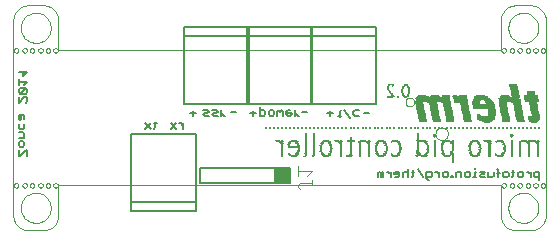
<source format=gbo>
G75*
%MOIN*%
%OFA0B0*%
%FSLAX24Y24*%
%IPPOS*%
%LPD*%
%AMOC8*
5,1,8,0,0,1.08239X$1,22.5*
%
%ADD10C,0.0000*%
%ADD11C,0.0050*%
%ADD12R,0.0080X0.0020*%
%ADD13R,0.0120X0.0020*%
%ADD14R,0.0060X0.0020*%
%ADD15R,0.0140X0.0020*%
%ADD16R,0.0100X0.0020*%
%ADD17R,0.0220X0.0020*%
%ADD18R,0.0200X0.0020*%
%ADD19R,0.0180X0.0020*%
%ADD20R,0.0260X0.0020*%
%ADD21R,0.0240X0.0020*%
%ADD22R,0.0160X0.0020*%
%ADD23R,0.0020X0.0020*%
%ADD24R,0.0040X0.0020*%
%ADD25R,0.0420X0.0020*%
%ADD26R,0.0660X0.0020*%
%ADD27R,0.0360X0.0020*%
%ADD28R,0.0340X0.0020*%
%ADD29R,0.0380X0.0020*%
%ADD30R,0.0280X0.0020*%
%ADD31R,0.0320X0.0020*%
%ADD32R,0.0300X0.0020*%
%ADD33R,0.0400X0.0020*%
%ADD34R,0.0480X0.0020*%
%ADD35R,0.0520X0.0020*%
%ADD36R,0.0580X0.0020*%
%ADD37R,0.0620X0.0020*%
%ADD38R,0.0600X0.0020*%
%ADD39R,0.0760X0.0020*%
%ADD40R,0.0740X0.0020*%
%ADD41R,0.0460X0.0020*%
%ADD42R,0.0440X0.0020*%
%ADD43R,0.0720X0.0020*%
%ADD44R,0.1160X0.0020*%
%ADD45R,0.0700X0.0020*%
%ADD46R,0.0560X0.0020*%
%ADD47R,0.1140X0.0020*%
%ADD48R,0.0680X0.0020*%
%ADD49R,0.1120X0.0020*%
%ADD50C,0.0040*%
D10*
X004943Y002893D02*
X005443Y002893D01*
X005487Y002895D01*
X005530Y002901D01*
X005572Y002910D01*
X005614Y002923D01*
X005654Y002940D01*
X005693Y002960D01*
X005730Y002983D01*
X005764Y003010D01*
X005797Y003039D01*
X005826Y003072D01*
X005853Y003106D01*
X005876Y003143D01*
X005896Y003182D01*
X005913Y003222D01*
X005926Y003264D01*
X005935Y003306D01*
X005941Y003349D01*
X005943Y003393D01*
X005943Y004393D01*
X020693Y004393D01*
X020693Y003393D01*
X020695Y003349D01*
X020701Y003306D01*
X020710Y003264D01*
X020723Y003222D01*
X020740Y003182D01*
X020760Y003143D01*
X020783Y003106D01*
X020810Y003072D01*
X020839Y003039D01*
X020872Y003010D01*
X020906Y002983D01*
X020943Y002960D01*
X020982Y002940D01*
X021022Y002923D01*
X021064Y002910D01*
X021106Y002901D01*
X021149Y002895D01*
X021193Y002893D01*
X021693Y002893D01*
X021737Y002895D01*
X021780Y002901D01*
X021822Y002910D01*
X021864Y002923D01*
X021904Y002940D01*
X021943Y002960D01*
X021980Y002983D01*
X022014Y003010D01*
X022047Y003039D01*
X022076Y003072D01*
X022103Y003106D01*
X022126Y003143D01*
X022146Y003182D01*
X022163Y003222D01*
X022176Y003264D01*
X022185Y003306D01*
X022191Y003349D01*
X022193Y003393D01*
X022193Y009893D01*
X022191Y009937D01*
X022185Y009980D01*
X022176Y010022D01*
X022163Y010064D01*
X022146Y010104D01*
X022126Y010143D01*
X022103Y010180D01*
X022076Y010214D01*
X022047Y010247D01*
X022014Y010276D01*
X021980Y010303D01*
X021943Y010326D01*
X021904Y010346D01*
X021864Y010363D01*
X021822Y010376D01*
X021780Y010385D01*
X021737Y010391D01*
X021693Y010393D01*
X021193Y010393D01*
X021149Y010391D01*
X021106Y010385D01*
X021064Y010376D01*
X021022Y010363D01*
X020982Y010346D01*
X020943Y010326D01*
X020906Y010303D01*
X020872Y010276D01*
X020839Y010247D01*
X020810Y010214D01*
X020783Y010180D01*
X020760Y010143D01*
X020740Y010104D01*
X020723Y010064D01*
X020710Y010022D01*
X020701Y009980D01*
X020695Y009937D01*
X020693Y009893D01*
X020693Y008893D01*
X005943Y008893D01*
X005943Y009893D01*
X005941Y009937D01*
X005935Y009980D01*
X005926Y010022D01*
X005913Y010064D01*
X005896Y010104D01*
X005876Y010143D01*
X005853Y010180D01*
X005826Y010214D01*
X005797Y010247D01*
X005764Y010276D01*
X005730Y010303D01*
X005693Y010326D01*
X005654Y010346D01*
X005614Y010363D01*
X005572Y010376D01*
X005530Y010385D01*
X005487Y010391D01*
X005443Y010393D01*
X004943Y010393D01*
X004899Y010391D01*
X004856Y010385D01*
X004814Y010376D01*
X004772Y010363D01*
X004732Y010346D01*
X004693Y010326D01*
X004656Y010303D01*
X004622Y010276D01*
X004589Y010247D01*
X004560Y010214D01*
X004533Y010180D01*
X004510Y010143D01*
X004490Y010104D01*
X004473Y010064D01*
X004460Y010022D01*
X004451Y009980D01*
X004445Y009937D01*
X004443Y009893D01*
X004443Y003393D01*
X004445Y003349D01*
X004451Y003306D01*
X004460Y003264D01*
X004473Y003222D01*
X004490Y003182D01*
X004510Y003143D01*
X004533Y003106D01*
X004560Y003072D01*
X004589Y003039D01*
X004622Y003010D01*
X004656Y002983D01*
X004693Y002960D01*
X004732Y002940D01*
X004772Y002923D01*
X004814Y002910D01*
X004856Y002901D01*
X004899Y002895D01*
X004943Y002893D01*
X004693Y003643D02*
X004695Y003687D01*
X004701Y003731D01*
X004711Y003774D01*
X004724Y003816D01*
X004741Y003857D01*
X004762Y003896D01*
X004786Y003933D01*
X004813Y003968D01*
X004843Y004000D01*
X004876Y004030D01*
X004912Y004056D01*
X004949Y004080D01*
X004989Y004099D01*
X005030Y004116D01*
X005073Y004128D01*
X005116Y004137D01*
X005160Y004142D01*
X005204Y004143D01*
X005248Y004140D01*
X005292Y004133D01*
X005335Y004122D01*
X005377Y004108D01*
X005417Y004090D01*
X005456Y004068D01*
X005492Y004044D01*
X005526Y004016D01*
X005558Y003985D01*
X005587Y003951D01*
X005613Y003915D01*
X005635Y003877D01*
X005654Y003837D01*
X005669Y003795D01*
X005681Y003753D01*
X005689Y003709D01*
X005693Y003665D01*
X005693Y003621D01*
X005689Y003577D01*
X005681Y003533D01*
X005669Y003491D01*
X005654Y003449D01*
X005635Y003409D01*
X005613Y003371D01*
X005587Y003335D01*
X005558Y003301D01*
X005526Y003270D01*
X005492Y003242D01*
X005456Y003218D01*
X005417Y003196D01*
X005377Y003178D01*
X005335Y003164D01*
X005292Y003153D01*
X005248Y003146D01*
X005204Y003143D01*
X005160Y003144D01*
X005116Y003149D01*
X005073Y003158D01*
X005030Y003170D01*
X004989Y003187D01*
X004949Y003206D01*
X004912Y003230D01*
X004876Y003256D01*
X004843Y003286D01*
X004813Y003318D01*
X004786Y003353D01*
X004762Y003390D01*
X004741Y003429D01*
X004724Y003470D01*
X004711Y003512D01*
X004701Y003555D01*
X004695Y003599D01*
X004693Y003643D01*
X004743Y004393D02*
X004745Y004410D01*
X004750Y004426D01*
X004759Y004440D01*
X004771Y004452D01*
X004785Y004461D01*
X004801Y004466D01*
X004818Y004468D01*
X004835Y004466D01*
X004851Y004461D01*
X004865Y004452D01*
X004877Y004440D01*
X004886Y004426D01*
X004891Y004410D01*
X004893Y004393D01*
X004891Y004376D01*
X004886Y004360D01*
X004877Y004346D01*
X004865Y004334D01*
X004851Y004325D01*
X004835Y004320D01*
X004818Y004318D01*
X004801Y004320D01*
X004785Y004325D01*
X004771Y004334D01*
X004759Y004346D01*
X004750Y004360D01*
X004745Y004376D01*
X004743Y004393D01*
X004462Y004393D02*
X004464Y004410D01*
X004469Y004426D01*
X004478Y004440D01*
X004490Y004452D01*
X004504Y004461D01*
X004520Y004466D01*
X004537Y004468D01*
X004554Y004466D01*
X004570Y004461D01*
X004584Y004452D01*
X004596Y004440D01*
X004605Y004426D01*
X004610Y004410D01*
X004612Y004393D01*
X004610Y004376D01*
X004605Y004360D01*
X004596Y004346D01*
X004584Y004334D01*
X004570Y004325D01*
X004554Y004320D01*
X004537Y004318D01*
X004520Y004320D01*
X004504Y004325D01*
X004490Y004334D01*
X004478Y004346D01*
X004469Y004360D01*
X004464Y004376D01*
X004462Y004393D01*
X004993Y004393D02*
X004995Y004410D01*
X005000Y004426D01*
X005009Y004440D01*
X005021Y004452D01*
X005035Y004461D01*
X005051Y004466D01*
X005068Y004468D01*
X005085Y004466D01*
X005101Y004461D01*
X005115Y004452D01*
X005127Y004440D01*
X005136Y004426D01*
X005141Y004410D01*
X005143Y004393D01*
X005141Y004376D01*
X005136Y004360D01*
X005127Y004346D01*
X005115Y004334D01*
X005101Y004325D01*
X005085Y004320D01*
X005068Y004318D01*
X005051Y004320D01*
X005035Y004325D01*
X005021Y004334D01*
X005009Y004346D01*
X005000Y004360D01*
X004995Y004376D01*
X004993Y004393D01*
X005274Y004393D02*
X005276Y004410D01*
X005281Y004426D01*
X005290Y004440D01*
X005302Y004452D01*
X005316Y004461D01*
X005332Y004466D01*
X005349Y004468D01*
X005366Y004466D01*
X005382Y004461D01*
X005396Y004452D01*
X005408Y004440D01*
X005417Y004426D01*
X005422Y004410D01*
X005424Y004393D01*
X005422Y004376D01*
X005417Y004360D01*
X005408Y004346D01*
X005396Y004334D01*
X005382Y004325D01*
X005366Y004320D01*
X005349Y004318D01*
X005332Y004320D01*
X005316Y004325D01*
X005302Y004334D01*
X005290Y004346D01*
X005281Y004360D01*
X005276Y004376D01*
X005274Y004393D01*
X005524Y004393D02*
X005526Y004410D01*
X005531Y004426D01*
X005540Y004440D01*
X005552Y004452D01*
X005566Y004461D01*
X005582Y004466D01*
X005599Y004468D01*
X005616Y004466D01*
X005632Y004461D01*
X005646Y004452D01*
X005658Y004440D01*
X005667Y004426D01*
X005672Y004410D01*
X005674Y004393D01*
X005672Y004376D01*
X005667Y004360D01*
X005658Y004346D01*
X005646Y004334D01*
X005632Y004325D01*
X005616Y004320D01*
X005599Y004318D01*
X005582Y004320D01*
X005566Y004325D01*
X005552Y004334D01*
X005540Y004346D01*
X005531Y004360D01*
X005526Y004376D01*
X005524Y004393D01*
X005774Y004393D02*
X005776Y004410D01*
X005781Y004426D01*
X005790Y004440D01*
X005802Y004452D01*
X005816Y004461D01*
X005832Y004466D01*
X005849Y004468D01*
X005866Y004466D01*
X005882Y004461D01*
X005896Y004452D01*
X005908Y004440D01*
X005917Y004426D01*
X005922Y004410D01*
X005924Y004393D01*
X005922Y004376D01*
X005917Y004360D01*
X005908Y004346D01*
X005896Y004334D01*
X005882Y004325D01*
X005866Y004320D01*
X005849Y004318D01*
X005832Y004320D01*
X005816Y004325D01*
X005802Y004334D01*
X005790Y004346D01*
X005781Y004360D01*
X005776Y004376D01*
X005774Y004393D01*
X005774Y008893D02*
X005776Y008910D01*
X005781Y008926D01*
X005790Y008940D01*
X005802Y008952D01*
X005816Y008961D01*
X005832Y008966D01*
X005849Y008968D01*
X005866Y008966D01*
X005882Y008961D01*
X005896Y008952D01*
X005908Y008940D01*
X005917Y008926D01*
X005922Y008910D01*
X005924Y008893D01*
X005922Y008876D01*
X005917Y008860D01*
X005908Y008846D01*
X005896Y008834D01*
X005882Y008825D01*
X005866Y008820D01*
X005849Y008818D01*
X005832Y008820D01*
X005816Y008825D01*
X005802Y008834D01*
X005790Y008846D01*
X005781Y008860D01*
X005776Y008876D01*
X005774Y008893D01*
X005524Y008893D02*
X005526Y008910D01*
X005531Y008926D01*
X005540Y008940D01*
X005552Y008952D01*
X005566Y008961D01*
X005582Y008966D01*
X005599Y008968D01*
X005616Y008966D01*
X005632Y008961D01*
X005646Y008952D01*
X005658Y008940D01*
X005667Y008926D01*
X005672Y008910D01*
X005674Y008893D01*
X005672Y008876D01*
X005667Y008860D01*
X005658Y008846D01*
X005646Y008834D01*
X005632Y008825D01*
X005616Y008820D01*
X005599Y008818D01*
X005582Y008820D01*
X005566Y008825D01*
X005552Y008834D01*
X005540Y008846D01*
X005531Y008860D01*
X005526Y008876D01*
X005524Y008893D01*
X005274Y008893D02*
X005276Y008910D01*
X005281Y008926D01*
X005290Y008940D01*
X005302Y008952D01*
X005316Y008961D01*
X005332Y008966D01*
X005349Y008968D01*
X005366Y008966D01*
X005382Y008961D01*
X005396Y008952D01*
X005408Y008940D01*
X005417Y008926D01*
X005422Y008910D01*
X005424Y008893D01*
X005422Y008876D01*
X005417Y008860D01*
X005408Y008846D01*
X005396Y008834D01*
X005382Y008825D01*
X005366Y008820D01*
X005349Y008818D01*
X005332Y008820D01*
X005316Y008825D01*
X005302Y008834D01*
X005290Y008846D01*
X005281Y008860D01*
X005276Y008876D01*
X005274Y008893D01*
X004993Y008893D02*
X004995Y008910D01*
X005000Y008926D01*
X005009Y008940D01*
X005021Y008952D01*
X005035Y008961D01*
X005051Y008966D01*
X005068Y008968D01*
X005085Y008966D01*
X005101Y008961D01*
X005115Y008952D01*
X005127Y008940D01*
X005136Y008926D01*
X005141Y008910D01*
X005143Y008893D01*
X005141Y008876D01*
X005136Y008860D01*
X005127Y008846D01*
X005115Y008834D01*
X005101Y008825D01*
X005085Y008820D01*
X005068Y008818D01*
X005051Y008820D01*
X005035Y008825D01*
X005021Y008834D01*
X005009Y008846D01*
X005000Y008860D01*
X004995Y008876D01*
X004993Y008893D01*
X004743Y008893D02*
X004745Y008910D01*
X004750Y008926D01*
X004759Y008940D01*
X004771Y008952D01*
X004785Y008961D01*
X004801Y008966D01*
X004818Y008968D01*
X004835Y008966D01*
X004851Y008961D01*
X004865Y008952D01*
X004877Y008940D01*
X004886Y008926D01*
X004891Y008910D01*
X004893Y008893D01*
X004891Y008876D01*
X004886Y008860D01*
X004877Y008846D01*
X004865Y008834D01*
X004851Y008825D01*
X004835Y008820D01*
X004818Y008818D01*
X004801Y008820D01*
X004785Y008825D01*
X004771Y008834D01*
X004759Y008846D01*
X004750Y008860D01*
X004745Y008876D01*
X004743Y008893D01*
X004462Y008893D02*
X004464Y008910D01*
X004469Y008926D01*
X004478Y008940D01*
X004490Y008952D01*
X004504Y008961D01*
X004520Y008966D01*
X004537Y008968D01*
X004554Y008966D01*
X004570Y008961D01*
X004584Y008952D01*
X004596Y008940D01*
X004605Y008926D01*
X004610Y008910D01*
X004612Y008893D01*
X004610Y008876D01*
X004605Y008860D01*
X004596Y008846D01*
X004584Y008834D01*
X004570Y008825D01*
X004554Y008820D01*
X004537Y008818D01*
X004520Y008820D01*
X004504Y008825D01*
X004490Y008834D01*
X004478Y008846D01*
X004469Y008860D01*
X004464Y008876D01*
X004462Y008893D01*
X004693Y009643D02*
X004695Y009687D01*
X004701Y009731D01*
X004711Y009774D01*
X004724Y009816D01*
X004741Y009857D01*
X004762Y009896D01*
X004786Y009933D01*
X004813Y009968D01*
X004843Y010000D01*
X004876Y010030D01*
X004912Y010056D01*
X004949Y010080D01*
X004989Y010099D01*
X005030Y010116D01*
X005073Y010128D01*
X005116Y010137D01*
X005160Y010142D01*
X005204Y010143D01*
X005248Y010140D01*
X005292Y010133D01*
X005335Y010122D01*
X005377Y010108D01*
X005417Y010090D01*
X005456Y010068D01*
X005492Y010044D01*
X005526Y010016D01*
X005558Y009985D01*
X005587Y009951D01*
X005613Y009915D01*
X005635Y009877D01*
X005654Y009837D01*
X005669Y009795D01*
X005681Y009753D01*
X005689Y009709D01*
X005693Y009665D01*
X005693Y009621D01*
X005689Y009577D01*
X005681Y009533D01*
X005669Y009491D01*
X005654Y009449D01*
X005635Y009409D01*
X005613Y009371D01*
X005587Y009335D01*
X005558Y009301D01*
X005526Y009270D01*
X005492Y009242D01*
X005456Y009218D01*
X005417Y009196D01*
X005377Y009178D01*
X005335Y009164D01*
X005292Y009153D01*
X005248Y009146D01*
X005204Y009143D01*
X005160Y009144D01*
X005116Y009149D01*
X005073Y009158D01*
X005030Y009170D01*
X004989Y009187D01*
X004949Y009206D01*
X004912Y009230D01*
X004876Y009256D01*
X004843Y009286D01*
X004813Y009318D01*
X004786Y009353D01*
X004762Y009390D01*
X004741Y009429D01*
X004724Y009470D01*
X004711Y009512D01*
X004701Y009555D01*
X004695Y009599D01*
X004693Y009643D01*
X017516Y007172D02*
X017518Y007196D01*
X017524Y007219D01*
X017533Y007241D01*
X017546Y007261D01*
X017561Y007279D01*
X017580Y007294D01*
X017601Y007306D01*
X017623Y007314D01*
X017646Y007319D01*
X017670Y007320D01*
X017694Y007317D01*
X017716Y007310D01*
X017738Y007300D01*
X017758Y007287D01*
X017775Y007270D01*
X017789Y007251D01*
X017800Y007230D01*
X017808Y007207D01*
X017812Y007184D01*
X017812Y007160D01*
X017808Y007137D01*
X017800Y007114D01*
X017789Y007093D01*
X017775Y007074D01*
X017758Y007057D01*
X017738Y007044D01*
X017716Y007034D01*
X017694Y007027D01*
X017670Y007024D01*
X017646Y007025D01*
X017623Y007030D01*
X017601Y007038D01*
X017580Y007050D01*
X017561Y007065D01*
X017546Y007083D01*
X017533Y007103D01*
X017524Y007125D01*
X017518Y007148D01*
X017516Y007172D01*
X018515Y006114D02*
X018517Y006142D01*
X018523Y006170D01*
X018532Y006196D01*
X018545Y006222D01*
X018561Y006245D01*
X018581Y006265D01*
X018603Y006283D01*
X018627Y006298D01*
X018653Y006309D01*
X018680Y006317D01*
X018708Y006321D01*
X018736Y006321D01*
X018764Y006317D01*
X018791Y006309D01*
X018817Y006298D01*
X018841Y006283D01*
X018863Y006265D01*
X018883Y006245D01*
X018899Y006222D01*
X018912Y006196D01*
X018921Y006170D01*
X018927Y006142D01*
X018929Y006114D01*
X018927Y006086D01*
X018921Y006058D01*
X018912Y006032D01*
X018899Y006006D01*
X018883Y005983D01*
X018863Y005963D01*
X018841Y005945D01*
X018817Y005930D01*
X018791Y005919D01*
X018764Y005911D01*
X018736Y005907D01*
X018708Y005907D01*
X018680Y005911D01*
X018653Y005919D01*
X018627Y005930D01*
X018603Y005945D01*
X018581Y005963D01*
X018561Y005983D01*
X018545Y006006D01*
X018532Y006032D01*
X018523Y006058D01*
X018517Y006086D01*
X018515Y006114D01*
X020712Y004393D02*
X020714Y004410D01*
X020719Y004426D01*
X020728Y004440D01*
X020740Y004452D01*
X020754Y004461D01*
X020770Y004466D01*
X020787Y004468D01*
X020804Y004466D01*
X020820Y004461D01*
X020834Y004452D01*
X020846Y004440D01*
X020855Y004426D01*
X020860Y004410D01*
X020862Y004393D01*
X020860Y004376D01*
X020855Y004360D01*
X020846Y004346D01*
X020834Y004334D01*
X020820Y004325D01*
X020804Y004320D01*
X020787Y004318D01*
X020770Y004320D01*
X020754Y004325D01*
X020740Y004334D01*
X020728Y004346D01*
X020719Y004360D01*
X020714Y004376D01*
X020712Y004393D01*
X020993Y004393D02*
X020995Y004410D01*
X021000Y004426D01*
X021009Y004440D01*
X021021Y004452D01*
X021035Y004461D01*
X021051Y004466D01*
X021068Y004468D01*
X021085Y004466D01*
X021101Y004461D01*
X021115Y004452D01*
X021127Y004440D01*
X021136Y004426D01*
X021141Y004410D01*
X021143Y004393D01*
X021141Y004376D01*
X021136Y004360D01*
X021127Y004346D01*
X021115Y004334D01*
X021101Y004325D01*
X021085Y004320D01*
X021068Y004318D01*
X021051Y004320D01*
X021035Y004325D01*
X021021Y004334D01*
X021009Y004346D01*
X021000Y004360D01*
X020995Y004376D01*
X020993Y004393D01*
X021243Y004393D02*
X021245Y004410D01*
X021250Y004426D01*
X021259Y004440D01*
X021271Y004452D01*
X021285Y004461D01*
X021301Y004466D01*
X021318Y004468D01*
X021335Y004466D01*
X021351Y004461D01*
X021365Y004452D01*
X021377Y004440D01*
X021386Y004426D01*
X021391Y004410D01*
X021393Y004393D01*
X021391Y004376D01*
X021386Y004360D01*
X021377Y004346D01*
X021365Y004334D01*
X021351Y004325D01*
X021335Y004320D01*
X021318Y004318D01*
X021301Y004320D01*
X021285Y004325D01*
X021271Y004334D01*
X021259Y004346D01*
X021250Y004360D01*
X021245Y004376D01*
X021243Y004393D01*
X021524Y004393D02*
X021526Y004410D01*
X021531Y004426D01*
X021540Y004440D01*
X021552Y004452D01*
X021566Y004461D01*
X021582Y004466D01*
X021599Y004468D01*
X021616Y004466D01*
X021632Y004461D01*
X021646Y004452D01*
X021658Y004440D01*
X021667Y004426D01*
X021672Y004410D01*
X021674Y004393D01*
X021672Y004376D01*
X021667Y004360D01*
X021658Y004346D01*
X021646Y004334D01*
X021632Y004325D01*
X021616Y004320D01*
X021599Y004318D01*
X021582Y004320D01*
X021566Y004325D01*
X021552Y004334D01*
X021540Y004346D01*
X021531Y004360D01*
X021526Y004376D01*
X021524Y004393D01*
X021774Y004393D02*
X021776Y004410D01*
X021781Y004426D01*
X021790Y004440D01*
X021802Y004452D01*
X021816Y004461D01*
X021832Y004466D01*
X021849Y004468D01*
X021866Y004466D01*
X021882Y004461D01*
X021896Y004452D01*
X021908Y004440D01*
X021917Y004426D01*
X021922Y004410D01*
X021924Y004393D01*
X021922Y004376D01*
X021917Y004360D01*
X021908Y004346D01*
X021896Y004334D01*
X021882Y004325D01*
X021866Y004320D01*
X021849Y004318D01*
X021832Y004320D01*
X021816Y004325D01*
X021802Y004334D01*
X021790Y004346D01*
X021781Y004360D01*
X021776Y004376D01*
X021774Y004393D01*
X022024Y004393D02*
X022026Y004410D01*
X022031Y004426D01*
X022040Y004440D01*
X022052Y004452D01*
X022066Y004461D01*
X022082Y004466D01*
X022099Y004468D01*
X022116Y004466D01*
X022132Y004461D01*
X022146Y004452D01*
X022158Y004440D01*
X022167Y004426D01*
X022172Y004410D01*
X022174Y004393D01*
X022172Y004376D01*
X022167Y004360D01*
X022158Y004346D01*
X022146Y004334D01*
X022132Y004325D01*
X022116Y004320D01*
X022099Y004318D01*
X022082Y004320D01*
X022066Y004325D01*
X022052Y004334D01*
X022040Y004346D01*
X022031Y004360D01*
X022026Y004376D01*
X022024Y004393D01*
X020943Y003643D02*
X020945Y003687D01*
X020951Y003731D01*
X020961Y003774D01*
X020974Y003816D01*
X020991Y003857D01*
X021012Y003896D01*
X021036Y003933D01*
X021063Y003968D01*
X021093Y004000D01*
X021126Y004030D01*
X021162Y004056D01*
X021199Y004080D01*
X021239Y004099D01*
X021280Y004116D01*
X021323Y004128D01*
X021366Y004137D01*
X021410Y004142D01*
X021454Y004143D01*
X021498Y004140D01*
X021542Y004133D01*
X021585Y004122D01*
X021627Y004108D01*
X021667Y004090D01*
X021706Y004068D01*
X021742Y004044D01*
X021776Y004016D01*
X021808Y003985D01*
X021837Y003951D01*
X021863Y003915D01*
X021885Y003877D01*
X021904Y003837D01*
X021919Y003795D01*
X021931Y003753D01*
X021939Y003709D01*
X021943Y003665D01*
X021943Y003621D01*
X021939Y003577D01*
X021931Y003533D01*
X021919Y003491D01*
X021904Y003449D01*
X021885Y003409D01*
X021863Y003371D01*
X021837Y003335D01*
X021808Y003301D01*
X021776Y003270D01*
X021742Y003242D01*
X021706Y003218D01*
X021667Y003196D01*
X021627Y003178D01*
X021585Y003164D01*
X021542Y003153D01*
X021498Y003146D01*
X021454Y003143D01*
X021410Y003144D01*
X021366Y003149D01*
X021323Y003158D01*
X021280Y003170D01*
X021239Y003187D01*
X021199Y003206D01*
X021162Y003230D01*
X021126Y003256D01*
X021093Y003286D01*
X021063Y003318D01*
X021036Y003353D01*
X021012Y003390D01*
X020991Y003429D01*
X020974Y003470D01*
X020961Y003512D01*
X020951Y003555D01*
X020945Y003599D01*
X020943Y003643D01*
X020993Y008893D02*
X020995Y008910D01*
X021000Y008926D01*
X021009Y008940D01*
X021021Y008952D01*
X021035Y008961D01*
X021051Y008966D01*
X021068Y008968D01*
X021085Y008966D01*
X021101Y008961D01*
X021115Y008952D01*
X021127Y008940D01*
X021136Y008926D01*
X021141Y008910D01*
X021143Y008893D01*
X021141Y008876D01*
X021136Y008860D01*
X021127Y008846D01*
X021115Y008834D01*
X021101Y008825D01*
X021085Y008820D01*
X021068Y008818D01*
X021051Y008820D01*
X021035Y008825D01*
X021021Y008834D01*
X021009Y008846D01*
X021000Y008860D01*
X020995Y008876D01*
X020993Y008893D01*
X020712Y008893D02*
X020714Y008910D01*
X020719Y008926D01*
X020728Y008940D01*
X020740Y008952D01*
X020754Y008961D01*
X020770Y008966D01*
X020787Y008968D01*
X020804Y008966D01*
X020820Y008961D01*
X020834Y008952D01*
X020846Y008940D01*
X020855Y008926D01*
X020860Y008910D01*
X020862Y008893D01*
X020860Y008876D01*
X020855Y008860D01*
X020846Y008846D01*
X020834Y008834D01*
X020820Y008825D01*
X020804Y008820D01*
X020787Y008818D01*
X020770Y008820D01*
X020754Y008825D01*
X020740Y008834D01*
X020728Y008846D01*
X020719Y008860D01*
X020714Y008876D01*
X020712Y008893D01*
X021243Y008893D02*
X021245Y008910D01*
X021250Y008926D01*
X021259Y008940D01*
X021271Y008952D01*
X021285Y008961D01*
X021301Y008966D01*
X021318Y008968D01*
X021335Y008966D01*
X021351Y008961D01*
X021365Y008952D01*
X021377Y008940D01*
X021386Y008926D01*
X021391Y008910D01*
X021393Y008893D01*
X021391Y008876D01*
X021386Y008860D01*
X021377Y008846D01*
X021365Y008834D01*
X021351Y008825D01*
X021335Y008820D01*
X021318Y008818D01*
X021301Y008820D01*
X021285Y008825D01*
X021271Y008834D01*
X021259Y008846D01*
X021250Y008860D01*
X021245Y008876D01*
X021243Y008893D01*
X021524Y008893D02*
X021526Y008910D01*
X021531Y008926D01*
X021540Y008940D01*
X021552Y008952D01*
X021566Y008961D01*
X021582Y008966D01*
X021599Y008968D01*
X021616Y008966D01*
X021632Y008961D01*
X021646Y008952D01*
X021658Y008940D01*
X021667Y008926D01*
X021672Y008910D01*
X021674Y008893D01*
X021672Y008876D01*
X021667Y008860D01*
X021658Y008846D01*
X021646Y008834D01*
X021632Y008825D01*
X021616Y008820D01*
X021599Y008818D01*
X021582Y008820D01*
X021566Y008825D01*
X021552Y008834D01*
X021540Y008846D01*
X021531Y008860D01*
X021526Y008876D01*
X021524Y008893D01*
X021774Y008893D02*
X021776Y008910D01*
X021781Y008926D01*
X021790Y008940D01*
X021802Y008952D01*
X021816Y008961D01*
X021832Y008966D01*
X021849Y008968D01*
X021866Y008966D01*
X021882Y008961D01*
X021896Y008952D01*
X021908Y008940D01*
X021917Y008926D01*
X021922Y008910D01*
X021924Y008893D01*
X021922Y008876D01*
X021917Y008860D01*
X021908Y008846D01*
X021896Y008834D01*
X021882Y008825D01*
X021866Y008820D01*
X021849Y008818D01*
X021832Y008820D01*
X021816Y008825D01*
X021802Y008834D01*
X021790Y008846D01*
X021781Y008860D01*
X021776Y008876D01*
X021774Y008893D01*
X022024Y008893D02*
X022026Y008910D01*
X022031Y008926D01*
X022040Y008940D01*
X022052Y008952D01*
X022066Y008961D01*
X022082Y008966D01*
X022099Y008968D01*
X022116Y008966D01*
X022132Y008961D01*
X022146Y008952D01*
X022158Y008940D01*
X022167Y008926D01*
X022172Y008910D01*
X022174Y008893D01*
X022172Y008876D01*
X022167Y008860D01*
X022158Y008846D01*
X022146Y008834D01*
X022132Y008825D01*
X022116Y008820D01*
X022099Y008818D01*
X022082Y008820D01*
X022066Y008825D01*
X022052Y008834D01*
X022040Y008846D01*
X022031Y008860D01*
X022026Y008876D01*
X022024Y008893D01*
X020943Y009643D02*
X020945Y009687D01*
X020951Y009731D01*
X020961Y009774D01*
X020974Y009816D01*
X020991Y009857D01*
X021012Y009896D01*
X021036Y009933D01*
X021063Y009968D01*
X021093Y010000D01*
X021126Y010030D01*
X021162Y010056D01*
X021199Y010080D01*
X021239Y010099D01*
X021280Y010116D01*
X021323Y010128D01*
X021366Y010137D01*
X021410Y010142D01*
X021454Y010143D01*
X021498Y010140D01*
X021542Y010133D01*
X021585Y010122D01*
X021627Y010108D01*
X021667Y010090D01*
X021706Y010068D01*
X021742Y010044D01*
X021776Y010016D01*
X021808Y009985D01*
X021837Y009951D01*
X021863Y009915D01*
X021885Y009877D01*
X021904Y009837D01*
X021919Y009795D01*
X021931Y009753D01*
X021939Y009709D01*
X021943Y009665D01*
X021943Y009621D01*
X021939Y009577D01*
X021931Y009533D01*
X021919Y009491D01*
X021904Y009449D01*
X021885Y009409D01*
X021863Y009371D01*
X021837Y009335D01*
X021808Y009301D01*
X021776Y009270D01*
X021742Y009242D01*
X021706Y009218D01*
X021667Y009196D01*
X021627Y009178D01*
X021585Y009164D01*
X021542Y009153D01*
X021498Y009146D01*
X021454Y009143D01*
X021410Y009144D01*
X021366Y009149D01*
X021323Y009158D01*
X021280Y009170D01*
X021239Y009187D01*
X021199Y009206D01*
X021162Y009230D01*
X021126Y009256D01*
X021093Y009286D01*
X021063Y009318D01*
X021036Y009353D01*
X021012Y009390D01*
X020991Y009429D01*
X020974Y009470D01*
X020961Y009512D01*
X020951Y009555D01*
X020945Y009599D01*
X020943Y009643D01*
D11*
X016533Y009673D02*
X016533Y009378D01*
X014368Y009378D01*
X014368Y007114D01*
X016533Y007114D01*
X016533Y009378D01*
X016533Y009673D02*
X014368Y009673D01*
X014368Y009378D01*
X014408Y009378D02*
X012243Y009378D01*
X012243Y007114D01*
X014408Y007114D01*
X014408Y009378D01*
X014408Y009673D01*
X012243Y009673D01*
X012243Y009378D01*
X012283Y009378D02*
X010118Y009378D01*
X010118Y007114D01*
X012283Y007114D01*
X012283Y009378D01*
X012283Y009673D01*
X010118Y009673D01*
X010118Y009378D01*
X012655Y006990D02*
X012655Y006719D01*
X012790Y006719D01*
X012836Y006764D01*
X012836Y006855D01*
X012790Y006900D01*
X012655Y006900D01*
X012523Y006796D02*
X012343Y006796D01*
X012433Y006706D02*
X012433Y006886D01*
X012950Y006855D02*
X012950Y006764D01*
X012995Y006719D01*
X013085Y006719D01*
X013130Y006764D01*
X013130Y006855D01*
X013085Y006900D01*
X012995Y006900D01*
X012950Y006855D01*
X013245Y006855D02*
X013245Y006719D01*
X013245Y006855D02*
X013290Y006900D01*
X013335Y006855D01*
X013380Y006900D01*
X013425Y006855D01*
X013425Y006719D01*
X013539Y006764D02*
X013539Y006855D01*
X013584Y006900D01*
X013674Y006900D01*
X013719Y006809D02*
X013539Y006809D01*
X013539Y006764D02*
X013584Y006719D01*
X013674Y006719D01*
X013719Y006764D01*
X013719Y006809D01*
X013834Y006809D02*
X013924Y006719D01*
X013969Y006719D01*
X013834Y006719D02*
X013834Y006900D01*
X014062Y006827D02*
X014242Y006827D01*
X014905Y006796D02*
X015086Y006796D01*
X014995Y006706D02*
X014995Y006886D01*
X015280Y006719D02*
X015370Y006719D01*
X015325Y006674D02*
X015325Y006855D01*
X015370Y006900D01*
X015477Y006900D02*
X015657Y006629D01*
X015771Y006764D02*
X015771Y006855D01*
X015816Y006900D01*
X015952Y006900D01*
X015952Y006719D02*
X015816Y006719D01*
X015771Y006764D01*
X016124Y006796D02*
X016304Y006796D01*
X017610Y004939D02*
X017610Y004668D01*
X017716Y004668D02*
X017761Y004713D01*
X017761Y004893D01*
X017806Y004848D02*
X017716Y004848D01*
X017610Y004803D02*
X017565Y004848D01*
X017475Y004848D01*
X017430Y004803D01*
X017430Y004668D01*
X017315Y004713D02*
X017270Y004668D01*
X017180Y004668D01*
X017135Y004758D02*
X017315Y004758D01*
X017315Y004713D02*
X017315Y004803D01*
X017270Y004848D01*
X017180Y004848D01*
X017135Y004803D01*
X017135Y004758D01*
X017020Y004758D02*
X016930Y004848D01*
X016885Y004848D01*
X016775Y004848D02*
X016730Y004848D01*
X016685Y004803D01*
X016640Y004848D01*
X016595Y004803D01*
X016595Y004668D01*
X016685Y004668D02*
X016685Y004803D01*
X016775Y004848D02*
X016775Y004668D01*
X017020Y004668D02*
X017020Y004848D01*
X017921Y004939D02*
X018101Y004668D01*
X018215Y004668D02*
X018350Y004668D01*
X018395Y004713D01*
X018395Y004803D01*
X018350Y004848D01*
X018215Y004848D01*
X018215Y004623D01*
X018260Y004578D01*
X018305Y004578D01*
X018506Y004848D02*
X018551Y004848D01*
X018641Y004758D01*
X018641Y004668D02*
X018641Y004848D01*
X018755Y004803D02*
X018800Y004848D01*
X018891Y004848D01*
X018936Y004803D01*
X018936Y004713D01*
X018891Y004668D01*
X018800Y004668D01*
X018755Y004713D01*
X018755Y004803D01*
X019038Y004713D02*
X019038Y004668D01*
X019083Y004668D01*
X019083Y004713D01*
X019038Y004713D01*
X019197Y004668D02*
X019197Y004803D01*
X019242Y004848D01*
X019378Y004848D01*
X019378Y004668D01*
X019492Y004713D02*
X019492Y004803D01*
X019537Y004848D01*
X019627Y004848D01*
X019672Y004803D01*
X019672Y004713D01*
X019627Y004668D01*
X019537Y004668D01*
X019492Y004713D01*
X019779Y004668D02*
X019869Y004668D01*
X019824Y004668D02*
X019824Y004848D01*
X019869Y004848D01*
X019824Y004939D02*
X019824Y004984D01*
X019983Y004848D02*
X020118Y004848D01*
X020163Y004803D01*
X020118Y004758D01*
X020028Y004758D01*
X019983Y004713D01*
X020028Y004668D01*
X020163Y004668D01*
X020278Y004668D02*
X020278Y004848D01*
X020458Y004848D02*
X020458Y004713D01*
X020413Y004668D01*
X020278Y004668D01*
X020609Y004668D02*
X020609Y004893D01*
X020564Y004939D01*
X020564Y004803D02*
X020654Y004803D01*
X020769Y004803D02*
X020769Y004713D01*
X020814Y004668D01*
X020904Y004668D01*
X020949Y004713D01*
X020949Y004803D01*
X020904Y004848D01*
X020814Y004848D01*
X020769Y004803D01*
X021055Y004848D02*
X021146Y004848D01*
X021100Y004893D02*
X021100Y004713D01*
X021055Y004668D01*
X021260Y004713D02*
X021260Y004803D01*
X021305Y004848D01*
X021395Y004848D01*
X021440Y004803D01*
X021440Y004713D01*
X021395Y004668D01*
X021305Y004668D01*
X021260Y004713D01*
X021551Y004848D02*
X021596Y004848D01*
X021686Y004758D01*
X021686Y004668D02*
X021686Y004848D01*
X021800Y004803D02*
X021800Y004713D01*
X021845Y004668D01*
X021980Y004668D01*
X021980Y004578D02*
X021980Y004848D01*
X021845Y004848D01*
X021800Y004803D01*
X013662Y004785D02*
X013162Y004785D01*
X013162Y004833D02*
X013662Y004833D01*
X013662Y004882D02*
X013162Y004882D01*
X013162Y004930D02*
X013662Y004930D01*
X013662Y004979D02*
X013162Y004979D01*
X013162Y004987D02*
X013662Y004987D01*
X013662Y004487D01*
X013162Y004487D01*
X013162Y004987D01*
X013162Y004736D02*
X013662Y004736D01*
X013662Y004688D02*
X013162Y004688D01*
X013162Y004639D02*
X013662Y004639D01*
X013662Y004591D02*
X013162Y004591D01*
X013162Y004542D02*
X013662Y004542D01*
X013662Y004494D02*
X013162Y004494D01*
X013662Y004487D02*
X010662Y004487D01*
X010662Y004987D01*
X013662Y004987D01*
X013662Y004487D01*
X010518Y003847D02*
X010518Y006110D01*
X008352Y006110D01*
X008352Y003847D01*
X010518Y003847D01*
X010518Y003551D01*
X008352Y003551D01*
X008352Y003847D01*
X004894Y005387D02*
X004894Y005567D01*
X004849Y005567D01*
X004669Y005387D01*
X004624Y005387D01*
X004624Y005567D01*
X004669Y005682D02*
X004624Y005727D01*
X004624Y005817D01*
X004669Y005862D01*
X004759Y005862D01*
X004804Y005817D01*
X004804Y005727D01*
X004759Y005682D01*
X004669Y005682D01*
X004624Y005976D02*
X004804Y005976D01*
X004804Y006111D01*
X004759Y006157D01*
X004624Y006157D01*
X004669Y006271D02*
X004624Y006316D01*
X004624Y006451D01*
X004669Y006566D02*
X004624Y006611D01*
X004624Y006746D01*
X004759Y006746D01*
X004804Y006701D01*
X004804Y006611D01*
X004714Y006611D02*
X004714Y006746D01*
X004714Y006611D02*
X004669Y006566D01*
X004804Y006451D02*
X004804Y006316D01*
X004759Y006271D01*
X004669Y006271D01*
X004624Y007155D02*
X004804Y007335D01*
X004849Y007335D01*
X004894Y007290D01*
X004894Y007200D01*
X004849Y007155D01*
X004624Y007155D02*
X004624Y007335D01*
X004669Y007450D02*
X004624Y007495D01*
X004624Y007585D01*
X004669Y007630D01*
X004849Y007630D01*
X004669Y007450D01*
X004849Y007450D01*
X004894Y007495D01*
X004894Y007585D01*
X004849Y007630D01*
X004804Y007744D02*
X004894Y007834D01*
X004624Y007834D01*
X004624Y007744D02*
X004624Y007924D01*
X004759Y008039D02*
X004759Y008219D01*
X004624Y008174D02*
X004894Y008174D01*
X004759Y008039D01*
X008845Y006466D02*
X009025Y006286D01*
X009131Y006286D02*
X009176Y006331D01*
X009176Y006511D01*
X009221Y006466D02*
X009131Y006466D01*
X009025Y006466D02*
X008845Y006286D01*
X009689Y006286D02*
X009869Y006466D01*
X009979Y006466D02*
X010024Y006466D01*
X010114Y006376D01*
X010114Y006286D02*
X010114Y006466D01*
X009869Y006286D02*
X009689Y006466D01*
X010343Y006796D02*
X010523Y006796D01*
X010433Y006706D02*
X010433Y006886D01*
X010780Y006900D02*
X010915Y006900D01*
X010961Y006855D01*
X010915Y006809D01*
X010825Y006809D01*
X010780Y006764D01*
X010825Y006719D01*
X010961Y006719D01*
X011075Y006764D02*
X011120Y006719D01*
X011255Y006719D01*
X011210Y006809D02*
X011120Y006809D01*
X011075Y006764D01*
X011075Y006900D02*
X011210Y006900D01*
X011255Y006855D01*
X011210Y006809D01*
X011370Y006809D02*
X011460Y006719D01*
X011505Y006719D01*
X011370Y006719D02*
X011370Y006900D01*
X011687Y006827D02*
X011867Y006827D01*
D12*
X013404Y005863D03*
X013404Y005743D03*
X013404Y005723D03*
X013404Y005703D03*
X013404Y005683D03*
X013404Y005663D03*
X013404Y005643D03*
X013404Y005623D03*
X013404Y005603D03*
X013404Y005583D03*
X013404Y005563D03*
X013404Y005543D03*
X013404Y005523D03*
X013404Y005503D03*
X013404Y005483D03*
X013404Y005463D03*
X013404Y005443D03*
X013404Y005423D03*
X013404Y005403D03*
X013404Y005383D03*
X013404Y005363D03*
X013404Y005343D03*
X013924Y005443D03*
X013944Y005483D03*
X013964Y005543D03*
X013964Y005563D03*
X013964Y005583D03*
X013964Y005603D03*
X013964Y005623D03*
X013944Y005723D03*
X013944Y005743D03*
X013924Y005763D03*
X013644Y005763D03*
X013644Y005743D03*
X013624Y005703D03*
X014204Y005703D03*
X014204Y005683D03*
X014204Y005663D03*
X014204Y005643D03*
X014204Y005623D03*
X014204Y005603D03*
X014204Y005583D03*
X014204Y005563D03*
X014204Y005543D03*
X014204Y005523D03*
X014204Y005503D03*
X014204Y005483D03*
X014204Y005463D03*
X014204Y005443D03*
X014184Y005403D03*
X014184Y005383D03*
X014184Y005363D03*
X014444Y005363D03*
X014444Y005343D03*
X014464Y005403D03*
X014464Y005423D03*
X014464Y005443D03*
X014464Y005463D03*
X014464Y005483D03*
X014464Y005503D03*
X014464Y005523D03*
X014464Y005543D03*
X014464Y005563D03*
X014464Y005583D03*
X014464Y005603D03*
X014464Y005623D03*
X014464Y005643D03*
X014464Y005663D03*
X014464Y005683D03*
X014464Y005703D03*
X014464Y005723D03*
X014464Y005743D03*
X014464Y005763D03*
X014464Y005783D03*
X014464Y005803D03*
X014464Y005823D03*
X014464Y005843D03*
X014464Y005863D03*
X014464Y005883D03*
X014464Y005903D03*
X014464Y005923D03*
X014464Y005943D03*
X014464Y005963D03*
X014464Y005983D03*
X014464Y006003D03*
X014464Y006023D03*
X014464Y006043D03*
X014464Y006063D03*
X014464Y006083D03*
X014464Y006103D03*
X014204Y006103D03*
X014204Y006083D03*
X014204Y006063D03*
X014204Y006043D03*
X014204Y006023D03*
X014204Y006003D03*
X014204Y005983D03*
X014204Y005963D03*
X014204Y005943D03*
X014204Y005923D03*
X014204Y005903D03*
X014204Y005883D03*
X014204Y005863D03*
X014204Y005843D03*
X014204Y005823D03*
X014204Y005803D03*
X014204Y005783D03*
X014204Y005763D03*
X014204Y005743D03*
X014204Y005723D03*
X014704Y005683D03*
X014704Y005663D03*
X014704Y005643D03*
X014704Y005623D03*
X014704Y005603D03*
X014704Y005583D03*
X014704Y005563D03*
X014704Y005543D03*
X014704Y005523D03*
X014724Y005483D03*
X014724Y005463D03*
X014744Y005443D03*
X015024Y005463D03*
X015024Y005483D03*
X015044Y005523D03*
X015044Y005543D03*
X015044Y005563D03*
X015044Y005583D03*
X015044Y005623D03*
X015044Y005643D03*
X015044Y005663D03*
X015044Y005683D03*
X015024Y005743D03*
X014724Y005743D03*
X014724Y005723D03*
X015364Y005723D03*
X015364Y005703D03*
X015364Y005683D03*
X015364Y005663D03*
X015364Y005643D03*
X015364Y005623D03*
X015364Y005603D03*
X015364Y005583D03*
X015364Y005563D03*
X015364Y005543D03*
X015364Y005523D03*
X015364Y005503D03*
X015364Y005483D03*
X015364Y005463D03*
X015364Y005443D03*
X015364Y005423D03*
X015364Y005403D03*
X015364Y005383D03*
X015364Y005363D03*
X015364Y005343D03*
X015704Y005423D03*
X015704Y005443D03*
X015704Y005463D03*
X015704Y005483D03*
X015704Y005503D03*
X015704Y005523D03*
X015704Y005543D03*
X015704Y005563D03*
X015704Y005583D03*
X015704Y005603D03*
X015704Y005623D03*
X015704Y005643D03*
X015704Y005663D03*
X015704Y005683D03*
X015704Y005703D03*
X015704Y005723D03*
X015704Y005743D03*
X015704Y005763D03*
X015704Y005783D03*
X015704Y005803D03*
X015704Y005883D03*
X015704Y005903D03*
X015704Y005923D03*
X015704Y005943D03*
X015704Y005963D03*
X015364Y005863D03*
X015364Y005763D03*
X015364Y005743D03*
X015984Y005743D03*
X015984Y005723D03*
X015984Y005703D03*
X015984Y005683D03*
X015984Y005663D03*
X015984Y005643D03*
X015984Y005623D03*
X015984Y005603D03*
X015984Y005583D03*
X015984Y005563D03*
X015984Y005543D03*
X015984Y005523D03*
X015984Y005503D03*
X015984Y005483D03*
X015984Y005463D03*
X015984Y005443D03*
X015984Y005423D03*
X015984Y005403D03*
X015984Y005383D03*
X015984Y005363D03*
X015984Y005343D03*
X016304Y005343D03*
X016304Y005363D03*
X016304Y005383D03*
X016304Y005403D03*
X016304Y005423D03*
X016304Y005443D03*
X016304Y005463D03*
X016304Y005483D03*
X016304Y005503D03*
X016304Y005523D03*
X016304Y005543D03*
X016304Y005563D03*
X016304Y005583D03*
X016304Y005603D03*
X016304Y005623D03*
X016304Y005643D03*
X016304Y005663D03*
X016304Y005683D03*
X016304Y005703D03*
X016304Y005723D03*
X016304Y005743D03*
X016304Y005763D03*
X016304Y005863D03*
X016564Y005743D03*
X016564Y005723D03*
X016544Y005683D03*
X016544Y005663D03*
X016544Y005643D03*
X016544Y005623D03*
X016544Y005603D03*
X016544Y005583D03*
X016544Y005563D03*
X016544Y005543D03*
X016544Y005523D03*
X016564Y005483D03*
X016564Y005463D03*
X016864Y005463D03*
X016864Y005483D03*
X016884Y005523D03*
X016884Y005543D03*
X016884Y005563D03*
X016884Y005583D03*
X016884Y005603D03*
X016884Y005623D03*
X016884Y005643D03*
X016884Y005663D03*
X016884Y005683D03*
X016864Y005723D03*
X016864Y005743D03*
X017304Y005783D03*
X017324Y005763D03*
X017324Y005743D03*
X017344Y005703D03*
X017344Y005683D03*
X017344Y005663D03*
X017344Y005643D03*
X017344Y005563D03*
X017344Y005543D03*
X017344Y005523D03*
X017344Y005503D03*
X017324Y005463D03*
X017304Y005423D03*
X017904Y005343D03*
X017924Y005383D03*
X018244Y005443D03*
X018264Y005503D03*
X018264Y005523D03*
X018264Y005543D03*
X018264Y005603D03*
X018264Y005623D03*
X018264Y005643D03*
X018264Y005663D03*
X018264Y005683D03*
X018264Y005703D03*
X018244Y005723D03*
X018244Y005743D03*
X018224Y005783D03*
X018504Y005783D03*
X018504Y005763D03*
X018504Y005743D03*
X018504Y005723D03*
X018504Y005703D03*
X018504Y005683D03*
X018504Y005663D03*
X018504Y005643D03*
X018504Y005623D03*
X018504Y005603D03*
X018504Y005583D03*
X018504Y005563D03*
X018504Y005543D03*
X018504Y005523D03*
X018504Y005503D03*
X018504Y005483D03*
X018504Y005463D03*
X018504Y005443D03*
X018504Y005423D03*
X018504Y005403D03*
X018504Y005383D03*
X018504Y005363D03*
X018504Y005343D03*
X018764Y005463D03*
X018764Y005483D03*
X018764Y005503D03*
X018744Y005543D03*
X018744Y005563D03*
X018744Y005583D03*
X018744Y005603D03*
X018744Y005623D03*
X018744Y005643D03*
X018744Y005663D03*
X018744Y005683D03*
X018744Y005703D03*
X018764Y005743D03*
X018764Y005763D03*
X018504Y005803D03*
X018504Y005823D03*
X018504Y005843D03*
X018504Y005863D03*
X017924Y005903D03*
X017924Y005923D03*
X017924Y005943D03*
X017924Y005963D03*
X017924Y005983D03*
X017924Y006003D03*
X017924Y006023D03*
X017924Y006043D03*
X017924Y006063D03*
X017924Y006083D03*
X017924Y006103D03*
X017924Y005803D03*
X017924Y005783D03*
X017924Y005763D03*
X017924Y005743D03*
X017924Y005723D03*
X017924Y005703D03*
X017924Y005683D03*
X017924Y005663D03*
X017924Y005643D03*
X017924Y005623D03*
X017924Y005603D03*
X017924Y005583D03*
X017924Y005563D03*
X018784Y005423D03*
X018984Y005383D03*
X019084Y005383D03*
X019084Y005363D03*
X019084Y005343D03*
X019084Y005323D03*
X019084Y005303D03*
X019084Y005283D03*
X019084Y005263D03*
X019084Y005243D03*
X019084Y005223D03*
X019084Y005203D03*
X019084Y005183D03*
X019084Y005163D03*
X019084Y005143D03*
X019084Y005523D03*
X019084Y005543D03*
X019084Y005563D03*
X019084Y005583D03*
X019084Y005603D03*
X019084Y005623D03*
X019084Y005643D03*
X019084Y005663D03*
X019084Y005683D03*
X019084Y005703D03*
X019084Y005723D03*
X019084Y005743D03*
X019084Y005763D03*
X019084Y005863D03*
X019664Y005663D03*
X019664Y005643D03*
X019664Y005623D03*
X019664Y005603D03*
X019664Y005583D03*
X019664Y005563D03*
X019664Y005543D03*
X019684Y005503D03*
X019684Y005483D03*
X019704Y005443D03*
X019964Y005423D03*
X019984Y005463D03*
X020004Y005503D03*
X020004Y005523D03*
X020004Y005543D03*
X020004Y005563D03*
X020024Y005603D03*
X020004Y005663D03*
X020004Y005683D03*
X020004Y005703D03*
X019984Y005743D03*
X019964Y005783D03*
X019704Y005763D03*
X019684Y005723D03*
X020784Y005783D03*
X020804Y005763D03*
X020804Y005743D03*
X020824Y005703D03*
X020824Y005683D03*
X020824Y005663D03*
X020824Y005643D03*
X020824Y005563D03*
X020824Y005543D03*
X020824Y005523D03*
X020824Y005503D03*
X020804Y005463D03*
X021064Y005463D03*
X021064Y005443D03*
X021064Y005423D03*
X021064Y005403D03*
X021064Y005383D03*
X021064Y005363D03*
X021064Y005343D03*
X021064Y005483D03*
X021064Y005503D03*
X021064Y005523D03*
X021064Y005543D03*
X021064Y005563D03*
X021064Y005583D03*
X021064Y005603D03*
X021064Y005623D03*
X021064Y005643D03*
X021064Y005663D03*
X021064Y005683D03*
X021064Y005703D03*
X021064Y005723D03*
X021064Y005743D03*
X021064Y005763D03*
X021064Y005783D03*
X021064Y005803D03*
X021064Y005823D03*
X021064Y005843D03*
X021064Y005863D03*
X021344Y005803D03*
X021344Y005783D03*
X021344Y005763D03*
X021344Y005743D03*
X021344Y005723D03*
X021344Y005703D03*
X021344Y005683D03*
X021344Y005663D03*
X021344Y005643D03*
X021344Y005623D03*
X021344Y005603D03*
X021344Y005583D03*
X021344Y005563D03*
X021344Y005543D03*
X021344Y005523D03*
X021344Y005503D03*
X021344Y005483D03*
X021344Y005463D03*
X021344Y005443D03*
X021344Y005423D03*
X021344Y005403D03*
X021344Y005383D03*
X021344Y005363D03*
X021344Y005343D03*
X021644Y005343D03*
X021644Y005363D03*
X021644Y005383D03*
X021644Y005403D03*
X021644Y005423D03*
X021644Y005443D03*
X021644Y005463D03*
X021644Y005483D03*
X021644Y005503D03*
X021644Y005523D03*
X021644Y005543D03*
X021644Y005563D03*
X021644Y005583D03*
X021644Y005603D03*
X021644Y005623D03*
X021644Y005643D03*
X021644Y005663D03*
X021644Y005683D03*
X021644Y005703D03*
X021644Y005723D03*
X021644Y005743D03*
X021644Y005763D03*
X021944Y005763D03*
X021944Y005743D03*
X021944Y005723D03*
X021944Y005703D03*
X021944Y005683D03*
X021944Y005663D03*
X021944Y005643D03*
X021944Y005623D03*
X021944Y005603D03*
X021944Y005583D03*
X021944Y005563D03*
X021944Y005543D03*
X021944Y005523D03*
X021944Y005503D03*
X021944Y005483D03*
X021944Y005463D03*
X021944Y005443D03*
X021944Y005423D03*
X021944Y005403D03*
X021944Y005383D03*
X021944Y005363D03*
X021944Y005343D03*
X021944Y005863D03*
X017584Y007343D03*
X017264Y007323D03*
X017064Y007403D03*
X016984Y007503D03*
X016964Y007703D03*
X017084Y007703D03*
X015984Y005783D03*
X015984Y005763D03*
D13*
X016004Y005823D03*
X015344Y005803D03*
X014964Y005823D03*
X014784Y005823D03*
X014764Y005403D03*
X014784Y005383D03*
X014964Y005383D03*
X015684Y005383D03*
X016624Y005383D03*
X016804Y005383D03*
X017084Y005383D03*
X017184Y005323D03*
X017264Y005383D03*
X017944Y005443D03*
X017944Y005463D03*
X018124Y005323D03*
X018824Y005383D03*
X018904Y005323D03*
X019064Y005443D03*
X019744Y005383D03*
X019844Y005323D03*
X019924Y005383D03*
X020324Y005783D03*
X020744Y005823D03*
X021064Y006023D03*
X021064Y006043D03*
X021364Y005823D03*
X020744Y005383D03*
X020664Y005323D03*
X020564Y005383D03*
X019744Y005823D03*
X018504Y006023D03*
X018504Y006043D03*
X018184Y005823D03*
X017264Y005823D03*
X016804Y005823D03*
X016624Y005823D03*
X018504Y007383D03*
X017524Y007723D03*
X013884Y005823D03*
X013784Y005883D03*
X013384Y005783D03*
X013244Y005883D03*
X013804Y005323D03*
X013904Y005403D03*
D14*
X014474Y006283D03*
X014474Y006303D03*
X014874Y006303D03*
X014874Y006283D03*
X015274Y006283D03*
X015274Y006303D03*
X015574Y005383D03*
X017054Y005403D03*
X017894Y005323D03*
X018514Y006083D03*
X019154Y006283D03*
X019154Y006303D03*
X019554Y006303D03*
X019554Y006283D03*
X019954Y006723D03*
X019154Y007383D03*
X017634Y007443D03*
X017634Y007463D03*
X017634Y007483D03*
X017634Y007543D03*
X017634Y007563D03*
X017634Y007583D03*
X017614Y007643D03*
X017594Y007683D03*
X017454Y007683D03*
X017434Y007643D03*
X017414Y007583D03*
X017414Y007563D03*
X017414Y007543D03*
X017414Y007523D03*
X017414Y007503D03*
X017414Y007483D03*
X017414Y007463D03*
X017434Y007403D03*
X017454Y007363D03*
X017474Y007343D03*
X017594Y007363D03*
X017614Y007383D03*
X017614Y007403D03*
X017274Y007343D03*
X017274Y007303D03*
X017094Y007343D03*
X017094Y007363D03*
X017074Y007383D03*
X017054Y007423D03*
X017034Y007443D03*
X017014Y007463D03*
X016994Y007483D03*
X016974Y007523D03*
X016954Y007543D03*
X016934Y007563D03*
X016934Y007583D03*
X016934Y007603D03*
X016934Y007663D03*
X016934Y007683D03*
X017014Y006303D03*
X017014Y006283D03*
X017414Y006283D03*
X017414Y006303D03*
X020534Y005403D03*
X021074Y006083D03*
X021294Y006283D03*
X021294Y006303D03*
X021694Y006303D03*
X021694Y006283D03*
X021634Y006683D03*
X013134Y006303D03*
X013134Y006283D03*
D15*
X013254Y005863D03*
X013374Y005803D03*
X013694Y005383D03*
X013874Y005383D03*
X014874Y005323D03*
X014874Y005883D03*
X015234Y005863D03*
X016274Y005803D03*
X016714Y005883D03*
X017174Y005883D03*
X016714Y005323D03*
X017954Y005423D03*
X018194Y005383D03*
X019054Y005403D03*
X019054Y005423D03*
X019054Y005803D03*
X018894Y005883D03*
X019834Y005883D03*
X020194Y005863D03*
X020314Y005803D03*
X020654Y005883D03*
X021614Y005803D03*
X021734Y005883D03*
X021914Y005803D03*
X019974Y006703D03*
X019154Y007363D03*
X018054Y007383D03*
X020834Y007383D03*
D16*
X021074Y006063D03*
X021074Y006003D03*
X020774Y005803D03*
X020814Y005723D03*
X020834Y005623D03*
X020834Y005603D03*
X020834Y005583D03*
X020814Y005483D03*
X020794Y005443D03*
X020774Y005423D03*
X020774Y005403D03*
X020334Y005403D03*
X020334Y005383D03*
X020334Y005363D03*
X020334Y005343D03*
X020334Y005423D03*
X020334Y005443D03*
X020334Y005463D03*
X020334Y005483D03*
X020334Y005503D03*
X020334Y005523D03*
X020334Y005543D03*
X020334Y005563D03*
X020334Y005583D03*
X020334Y005603D03*
X020334Y005623D03*
X020334Y005643D03*
X020334Y005663D03*
X020334Y005683D03*
X020334Y005703D03*
X020334Y005723D03*
X020334Y005743D03*
X020334Y005763D03*
X020334Y005863D03*
X020174Y005883D03*
X019974Y005763D03*
X019994Y005723D03*
X020014Y005643D03*
X020014Y005623D03*
X020014Y005583D03*
X019994Y005483D03*
X019974Y005443D03*
X019954Y005403D03*
X019734Y005403D03*
X019714Y005423D03*
X019694Y005463D03*
X019674Y005523D03*
X019674Y005683D03*
X019674Y005703D03*
X019694Y005743D03*
X019714Y005783D03*
X019734Y005803D03*
X019934Y005823D03*
X019954Y005803D03*
X020574Y005823D03*
X021634Y005783D03*
X021934Y005783D03*
X019074Y005783D03*
X018814Y005823D03*
X018794Y005803D03*
X018774Y005783D03*
X018754Y005723D03*
X018754Y005523D03*
X018774Y005443D03*
X018794Y005403D03*
X019074Y005463D03*
X019074Y005483D03*
X019074Y005503D03*
X018514Y006003D03*
X018514Y006063D03*
X018214Y005803D03*
X018234Y005763D03*
X018274Y005583D03*
X018274Y005563D03*
X018254Y005483D03*
X018254Y005463D03*
X018234Y005423D03*
X018214Y005403D03*
X018034Y005383D03*
X017914Y005363D03*
X017934Y005483D03*
X017934Y005503D03*
X017934Y005523D03*
X017934Y005543D03*
X017354Y005583D03*
X017354Y005603D03*
X017354Y005623D03*
X017334Y005723D03*
X017294Y005803D03*
X017094Y005823D03*
X016854Y005763D03*
X016834Y005783D03*
X016834Y005803D03*
X016874Y005703D03*
X016594Y005783D03*
X016594Y005803D03*
X016574Y005763D03*
X016554Y005703D03*
X016294Y005783D03*
X015994Y005803D03*
X015354Y005783D03*
X015214Y005883D03*
X015014Y005763D03*
X014994Y005783D03*
X014994Y005803D03*
X015034Y005723D03*
X015034Y005703D03*
X015054Y005603D03*
X015034Y005503D03*
X015014Y005443D03*
X014994Y005423D03*
X014994Y005403D03*
X014754Y005423D03*
X014714Y005503D03*
X014454Y005383D03*
X014194Y005423D03*
X014174Y005343D03*
X013934Y005463D03*
X013914Y005423D03*
X013954Y005503D03*
X013954Y005523D03*
X013954Y005703D03*
X013914Y005783D03*
X013894Y005803D03*
X013694Y005823D03*
X013674Y005803D03*
X013654Y005783D03*
X013634Y005723D03*
X013394Y005763D03*
X013654Y005403D03*
X014714Y005703D03*
X014734Y005763D03*
X014754Y005783D03*
X014754Y005803D03*
X015634Y005323D03*
X015694Y005403D03*
X016554Y005503D03*
X016574Y005443D03*
X016594Y005423D03*
X016594Y005403D03*
X016834Y005403D03*
X016834Y005423D03*
X016854Y005443D03*
X016874Y005503D03*
X017294Y005403D03*
X017314Y005443D03*
X017334Y005483D03*
X017534Y007303D03*
X017014Y007743D03*
D17*
X017014Y007303D03*
X017174Y005863D03*
X016714Y005863D03*
X016234Y005823D03*
X016094Y005863D03*
X016714Y005343D03*
X017174Y005343D03*
X018894Y005863D03*
X019834Y005863D03*
X020654Y005863D03*
X020654Y005343D03*
X021454Y005863D03*
X020234Y006483D03*
X014874Y005863D03*
X014874Y005343D03*
X013794Y005343D03*
D18*
X013784Y005863D03*
X017024Y007723D03*
X019184Y007323D03*
X021804Y006483D03*
X021884Y005823D03*
X019844Y005343D03*
X018904Y005343D03*
X018124Y005343D03*
D19*
X019034Y005823D03*
X019174Y007343D03*
X015634Y005363D03*
X015634Y005343D03*
D20*
X014874Y005363D03*
X014874Y005843D03*
X013794Y005843D03*
X013794Y005363D03*
X016714Y005363D03*
X017174Y005363D03*
X017174Y005843D03*
X016714Y005843D03*
X018114Y005363D03*
X019834Y005363D03*
X020654Y005363D03*
X020654Y005843D03*
X020254Y005843D03*
X019834Y005843D03*
X019594Y006503D03*
X019594Y006523D03*
X019594Y006543D03*
X019574Y006563D03*
X019574Y006583D03*
X019574Y006603D03*
X019574Y006623D03*
X019574Y006643D03*
X019554Y006663D03*
X019554Y006683D03*
X019554Y006703D03*
X019554Y006723D03*
X019554Y006743D03*
X019534Y006763D03*
X019534Y006783D03*
X019534Y006803D03*
X019534Y006823D03*
X019534Y006843D03*
X019514Y006863D03*
X019514Y006883D03*
X019514Y006903D03*
X019514Y006923D03*
X019514Y006943D03*
X019494Y006963D03*
X019494Y006983D03*
X019494Y007003D03*
X019494Y007023D03*
X019494Y007043D03*
X019474Y007063D03*
X019474Y007083D03*
X019474Y007103D03*
X019434Y007323D03*
X019434Y007343D03*
X019874Y007183D03*
X020294Y007163D03*
X020314Y007143D03*
X020334Y007123D03*
X020334Y007103D03*
X020354Y007083D03*
X020414Y006883D03*
X020414Y006863D03*
X020414Y006843D03*
X020414Y006823D03*
X020414Y006803D03*
X020414Y006783D03*
X020414Y006763D03*
X020414Y006743D03*
X020394Y006723D03*
X020814Y006803D03*
X020814Y006823D03*
X020814Y006843D03*
X020814Y006863D03*
X020814Y006883D03*
X020794Y006903D03*
X020794Y006923D03*
X020794Y006943D03*
X020794Y006963D03*
X020794Y006983D03*
X020774Y007003D03*
X020774Y007023D03*
X020774Y007043D03*
X020774Y007063D03*
X020774Y007083D03*
X020754Y007103D03*
X020754Y007123D03*
X020754Y007143D03*
X020754Y007163D03*
X020834Y007363D03*
X021174Y007383D03*
X021174Y007403D03*
X021174Y007423D03*
X021174Y007443D03*
X021154Y007483D03*
X021154Y007503D03*
X021154Y007523D03*
X021154Y007543D03*
X021134Y007583D03*
X021134Y007603D03*
X021134Y007623D03*
X021134Y007643D03*
X021114Y007683D03*
X021114Y007703D03*
X021114Y007723D03*
X021194Y007343D03*
X021194Y007323D03*
X021234Y007103D03*
X021234Y007083D03*
X021254Y007043D03*
X021254Y007023D03*
X021254Y007003D03*
X021254Y006983D03*
X021274Y006943D03*
X021274Y006923D03*
X021274Y006903D03*
X021274Y006883D03*
X021294Y006843D03*
X021294Y006823D03*
X021294Y006803D03*
X021294Y006783D03*
X021314Y006743D03*
X021314Y006723D03*
X021314Y006703D03*
X021314Y006683D03*
X021334Y006643D03*
X021334Y006623D03*
X021334Y006603D03*
X021334Y006583D03*
X021354Y006543D03*
X021354Y006523D03*
X021354Y006503D03*
X020874Y006503D03*
X020874Y006523D03*
X020874Y006543D03*
X020874Y006563D03*
X020874Y006583D03*
X020854Y006603D03*
X020854Y006623D03*
X020854Y006643D03*
X020854Y006663D03*
X020854Y006683D03*
X020834Y006703D03*
X020834Y006723D03*
X020834Y006743D03*
X020834Y006763D03*
X020834Y006783D03*
X021794Y006983D03*
X021794Y007003D03*
X021794Y007023D03*
X021794Y007043D03*
X021774Y007083D03*
X021774Y007103D03*
X021774Y007123D03*
X021774Y007143D03*
X021814Y006943D03*
X021814Y006923D03*
X021814Y006903D03*
X021814Y006883D03*
X021814Y006863D03*
X021834Y006843D03*
X021834Y006823D03*
X021834Y006803D03*
X021834Y006783D03*
X021834Y006763D03*
X021854Y006743D03*
X021854Y006723D03*
X021854Y006703D03*
X021714Y007403D03*
X021694Y007483D03*
X021694Y007503D03*
X018934Y006963D03*
X018934Y006943D03*
X018934Y006923D03*
X018934Y006903D03*
X018954Y006863D03*
X018954Y006843D03*
X018954Y006823D03*
X018954Y006803D03*
X018974Y006763D03*
X018974Y006743D03*
X018974Y006723D03*
X018974Y006703D03*
X018994Y006663D03*
X018994Y006643D03*
X018994Y006623D03*
X018994Y006603D03*
X019014Y006563D03*
X019014Y006543D03*
X019014Y006523D03*
X019014Y006503D03*
X018554Y006503D03*
X018554Y006523D03*
X018554Y006543D03*
X018554Y006563D03*
X018534Y006603D03*
X018534Y006623D03*
X018534Y006643D03*
X018534Y006663D03*
X018514Y006703D03*
X018514Y006723D03*
X018514Y006743D03*
X018514Y006763D03*
X018494Y006783D03*
X018494Y006803D03*
X018494Y006823D03*
X018494Y006843D03*
X018494Y006863D03*
X018474Y006883D03*
X018474Y006903D03*
X018474Y006923D03*
X018474Y006943D03*
X018474Y006963D03*
X018454Y006983D03*
X018454Y007003D03*
X018454Y007023D03*
X018454Y007043D03*
X018454Y007063D03*
X018434Y007083D03*
X018434Y007103D03*
X018434Y007123D03*
X017994Y007063D03*
X017994Y007043D03*
X017994Y007023D03*
X017994Y007003D03*
X018014Y006963D03*
X018014Y006943D03*
X018014Y006923D03*
X018014Y006903D03*
X018034Y006863D03*
X018034Y006843D03*
X018034Y006823D03*
X018034Y006803D03*
X018054Y006763D03*
X018054Y006743D03*
X018054Y006723D03*
X018054Y006703D03*
X018074Y006663D03*
X018074Y006643D03*
X018074Y006623D03*
X018074Y006603D03*
X018094Y006563D03*
X018094Y006543D03*
X018094Y006523D03*
X018094Y006503D03*
X018914Y007003D03*
X018914Y007023D03*
X018914Y007043D03*
X018914Y007063D03*
X018894Y007103D03*
X018854Y007323D03*
X018854Y007343D03*
X018854Y007363D03*
X018054Y007363D03*
X017974Y007163D03*
X017974Y007143D03*
X017974Y007123D03*
X017974Y007103D03*
D21*
X017984Y007083D03*
X018004Y006983D03*
X018024Y006883D03*
X018044Y006783D03*
X018064Y006683D03*
X018084Y006583D03*
X018524Y006683D03*
X018544Y006583D03*
X018984Y006683D03*
X019004Y006583D03*
X018964Y006783D03*
X018944Y006883D03*
X018924Y006983D03*
X018904Y007083D03*
X018504Y007363D03*
X019424Y007363D03*
X019864Y007163D03*
X019864Y007143D03*
X019864Y007123D03*
X019864Y007103D03*
X019864Y007083D03*
X019884Y007203D03*
X020404Y006903D03*
X020024Y006683D03*
X021264Y006963D03*
X021284Y006863D03*
X021304Y006763D03*
X021324Y006663D03*
X021344Y006563D03*
X021244Y007063D03*
X021784Y007063D03*
X021804Y006963D03*
X021724Y007383D03*
X021704Y007423D03*
X021704Y007443D03*
X021704Y007463D03*
X021184Y007363D03*
X021164Y007463D03*
X021144Y007563D03*
X021124Y007663D03*
X021604Y005823D03*
X021744Y005863D03*
X020264Y005823D03*
X018904Y005363D03*
X015684Y005823D03*
X015284Y005823D03*
X015284Y005843D03*
X013324Y005843D03*
X013324Y005823D03*
X017024Y007323D03*
D22*
X017524Y007323D03*
X017524Y007703D03*
X020024Y007383D03*
X021444Y005883D03*
X017964Y005823D03*
X017964Y005403D03*
X016084Y005883D03*
D23*
X017074Y005803D03*
X017054Y005423D03*
X018514Y005983D03*
X019934Y006743D03*
X019174Y007123D03*
X017114Y007683D03*
X020554Y005803D03*
X021074Y005983D03*
X020534Y005423D03*
X013634Y005443D03*
D24*
X013644Y005423D03*
X013664Y006283D03*
X013664Y006303D03*
X013544Y006303D03*
X013544Y006283D03*
X013404Y006283D03*
X013404Y006303D03*
X013264Y006303D03*
X013264Y006283D03*
X013004Y006283D03*
X013004Y006303D03*
X012864Y006303D03*
X012864Y006283D03*
X013804Y006283D03*
X013804Y006303D03*
X013944Y006303D03*
X013944Y006283D03*
X014064Y006283D03*
X014064Y006303D03*
X014204Y006303D03*
X014204Y006283D03*
X014344Y006283D03*
X014344Y006303D03*
X014604Y006303D03*
X014604Y006283D03*
X014744Y006283D03*
X014744Y006303D03*
X015004Y006303D03*
X015004Y006283D03*
X015144Y006283D03*
X015144Y006303D03*
X015404Y006303D03*
X015404Y006283D03*
X015544Y006283D03*
X015544Y006303D03*
X015684Y006303D03*
X015684Y006283D03*
X015804Y006283D03*
X015804Y006303D03*
X015944Y006303D03*
X015944Y006283D03*
X016084Y006283D03*
X016084Y006303D03*
X016204Y006303D03*
X016204Y006283D03*
X016344Y006283D03*
X016344Y006303D03*
X016484Y006303D03*
X016484Y006283D03*
X016604Y006283D03*
X016604Y006303D03*
X016744Y006303D03*
X016744Y006283D03*
X016884Y006283D03*
X016884Y006303D03*
X017144Y006303D03*
X017144Y006283D03*
X017284Y006283D03*
X017284Y006303D03*
X017544Y006303D03*
X017544Y006283D03*
X017684Y006283D03*
X017684Y006303D03*
X017824Y006303D03*
X017824Y006283D03*
X017944Y006283D03*
X017944Y006303D03*
X018084Y006303D03*
X018084Y006283D03*
X018224Y006283D03*
X018224Y006303D03*
X018344Y006303D03*
X018344Y006283D03*
X018484Y006283D03*
X018484Y006303D03*
X018624Y006303D03*
X018624Y006283D03*
X018744Y006283D03*
X018744Y006303D03*
X018884Y006303D03*
X018884Y006283D03*
X019024Y006283D03*
X019024Y006303D03*
X019284Y006303D03*
X019284Y006283D03*
X019424Y006283D03*
X019424Y006303D03*
X019684Y006303D03*
X019684Y006283D03*
X019824Y006283D03*
X019824Y006303D03*
X019964Y006303D03*
X019964Y006283D03*
X020084Y006283D03*
X020084Y006303D03*
X020224Y006303D03*
X020224Y006283D03*
X020364Y006283D03*
X020364Y006303D03*
X020484Y006303D03*
X020484Y006283D03*
X020624Y006283D03*
X020624Y006303D03*
X020764Y006303D03*
X020764Y006283D03*
X020884Y006283D03*
X020884Y006303D03*
X021024Y006303D03*
X021024Y006283D03*
X021164Y006283D03*
X021164Y006303D03*
X021424Y006303D03*
X021424Y006283D03*
X021564Y006283D03*
X021564Y006303D03*
X021824Y006303D03*
X021824Y006283D03*
X021964Y006283D03*
X021964Y006303D03*
X017624Y007423D03*
X017644Y007503D03*
X017644Y007523D03*
X017624Y007603D03*
X017624Y007623D03*
X017604Y007663D03*
X017524Y007743D03*
X017444Y007663D03*
X017424Y007623D03*
X017424Y007603D03*
X017424Y007443D03*
X017424Y007423D03*
X017444Y007383D03*
X016924Y007623D03*
X016924Y007643D03*
D25*
X013794Y005683D03*
X013794Y005663D03*
X013794Y005643D03*
D26*
X021654Y005843D03*
D27*
X021784Y006523D03*
X021784Y006543D03*
X020844Y007323D03*
X020044Y007343D03*
X018944Y005843D03*
D28*
X018054Y005843D03*
X018394Y007163D03*
X018514Y007323D03*
X018854Y007163D03*
X018074Y007343D03*
X020234Y006503D03*
X021174Y007163D03*
D29*
X021794Y006663D03*
X021794Y006643D03*
X021794Y006623D03*
X021794Y006603D03*
X021794Y006583D03*
X021794Y006563D03*
X016154Y005843D03*
D30*
X015684Y005843D03*
X015684Y005863D03*
X018024Y005883D03*
X018884Y007123D03*
X019464Y007123D03*
X020264Y007203D03*
X020284Y007183D03*
X020384Y006703D03*
X021224Y007123D03*
D31*
X021204Y007143D03*
X020824Y007343D03*
X018504Y007343D03*
X018044Y005863D03*
D32*
X018414Y007143D03*
X018874Y007143D03*
X020034Y007363D03*
X020374Y006683D03*
X021794Y006503D03*
X021834Y006683D03*
D33*
X021704Y007163D03*
X020224Y006523D03*
X018084Y007323D03*
D34*
X020044Y007303D03*
X020204Y006543D03*
X021724Y007183D03*
X021724Y007203D03*
X021724Y007223D03*
X021704Y007263D03*
X021704Y007283D03*
X021704Y007303D03*
X021704Y007323D03*
D35*
X020064Y007283D03*
X020204Y006563D03*
D36*
X020194Y006583D03*
D37*
X020194Y006603D03*
X020194Y006623D03*
X020214Y006663D03*
X020074Y007223D03*
D38*
X020064Y007243D03*
X020204Y006643D03*
D39*
X020144Y006923D03*
X020144Y006943D03*
X020144Y006963D03*
X020144Y006983D03*
X020124Y007003D03*
X020124Y007023D03*
X020124Y007043D03*
D40*
X020114Y007063D03*
D41*
X019374Y007143D03*
X019354Y007203D03*
X019354Y007223D03*
X019354Y007243D03*
X019334Y007263D03*
X019334Y007283D03*
X019334Y007303D03*
X021694Y007343D03*
X021694Y007363D03*
X021714Y007243D03*
D42*
X020044Y007323D03*
X019364Y007183D03*
X019364Y007163D03*
D43*
X020984Y007183D03*
X020984Y007203D03*
X020984Y007223D03*
X020984Y007243D03*
D44*
X018424Y007243D03*
X018424Y007223D03*
X018424Y007203D03*
X018424Y007183D03*
X018424Y007263D03*
D45*
X020974Y007263D03*
X020974Y007283D03*
D46*
X020064Y007263D03*
D47*
X018414Y007283D03*
D48*
X020984Y007303D03*
D49*
X018424Y007303D03*
D50*
X014392Y004871D02*
X013932Y004871D01*
X013932Y005024D02*
X013932Y004717D01*
X014008Y004487D02*
X014392Y004487D01*
X014392Y004411D02*
X014392Y004564D01*
X014239Y004717D02*
X014392Y004871D01*
X014008Y004487D02*
X013932Y004411D01*
X013932Y004334D01*
X014008Y004257D01*
M02*

</source>
